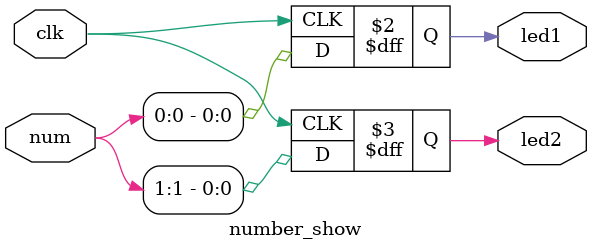
<source format=v>
`timescale 1ns / 1ps


module number_show(
    input clk,
    input [3:0] num,
    output reg led1,
    output reg led2
//    output reg rgb
    );
    
    always@(posedge clk) begin
        led1 <= num[0];
        led2 <= num[1];
        end


endmodule

</source>
